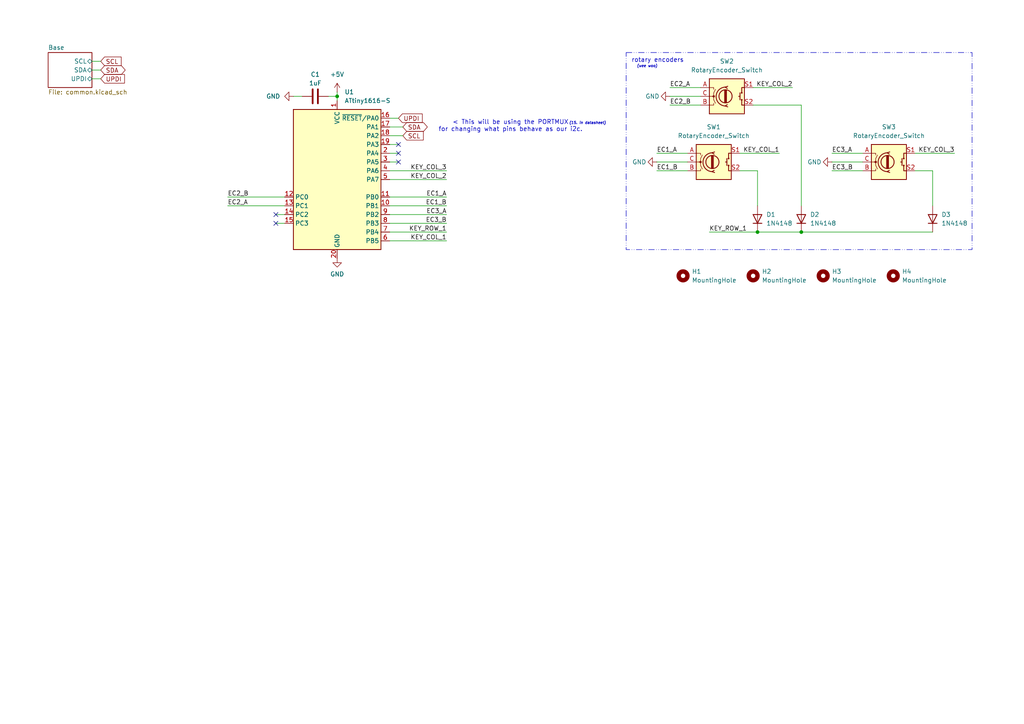
<source format=kicad_sch>
(kicad_sch (version 20250114) (generator "eeschema") (generator_version "9.0")
  (paper "A4")
  (title_block (title "Moonpad Knobs Module") (date "2025-07-05") (rev "v1") (company "moonbeeper"))
  (lib_symbols
    (symbol "Device:C" (pin_numbers (hide yes)) (pin_names (offset 0.254))
      (property "Reference" "C" (at 0.635 2.54 0))
      (property "Value" "C" (at 0.635 -2.54 0))
      (symbol "C_0_1"
        (polyline (pts (xy -2.032 0.762) (xy 2.032 0.762)) (stroke (width 0.508)))
        (polyline (pts (xy -2.032 -0.762) (xy 2.032 -0.762)) (stroke (width 0.508)))
      )
      (symbol "C_1_1"
        (pin passive line (at 0 3.81 270) (length 2.794) (name "~") (number "1"))
        (pin passive line (at 0 -3.81 90) (length 2.794) (name "~") (number "2"))
      )
    )
    (symbol "Device:RotaryEncoder_Switch" (pin_names (offset 0.254) (hide yes))
      (property "Reference" "SW" (at 0 6.604 0))
      (property "Value" "RotaryEncoder_Switch" (at 0 -6.604 0))
      (symbol "RotaryEncoder_Switch_0_1"
        (rectangle (start -5.08 5.08) (end 5.08 -5.08) (stroke (width 0.254)) (fill (type background)))
        (polyline (pts (xy -5.08 2.54) (xy -3.81 2.54) (xy -3.81 2.032)))
        (polyline (pts (xy -5.08 0) (xy -3.81 0) (xy -3.81 -1.016) (xy -3.302 -2.032)))
        (polyline (pts (xy -5.08 -2.54) (xy -3.81 -2.54) (xy -3.81 -2.032)))
        (polyline (pts (xy -4.318 0) (xy -3.81 0) (xy -3.81 1.016) (xy -3.302 2.032)))
        (circle (center -3.81 0) (radius 0.254) (fill (type outline)))
        (polyline (pts (xy -0.635 -1.778) (xy -0.635 1.778)) (stroke (width 0.254)))
        (circle (center -0.381 0) (radius 1.905) (stroke (width 0.254)))
        (polyline (pts (xy -0.381 -1.778) (xy -0.381 1.778)) (stroke (width 0.254)))
        (arc (start -0.381 -2.794) (mid -3.0988 -0.0635) (end -0.381 2.667) (stroke (width 0.254)))
        (polyline (pts (xy -0.127 1.778) (xy -0.127 -1.778)) (stroke (width 0.254)))
        (polyline (pts (xy 0.254 2.921) (xy -0.508 2.667) (xy 0.127 2.286)) (stroke (width 0.254)))
        (polyline (pts (xy 0.254 -3.048) (xy -0.508 -2.794) (xy 0.127 -2.413)) (stroke (width 0.254)))
        (polyline (pts (xy 3.81 1.016) (xy 3.81 -1.016)) (stroke (width 0.254)))
        (polyline (pts (xy 3.81 0) (xy 3.429 0)) (stroke (width 0.254)))
        (circle (center 4.318 1.016) (radius 0.127) (stroke (width 0.254)))
        (circle (center 4.318 -1.016) (radius 0.127) (stroke (width 0.254)))
        (polyline (pts (xy 5.08 2.54) (xy 4.318 2.54) (xy 4.318 1.016)) (stroke (width 0.254)))
        (polyline (pts (xy 5.08 -2.54) (xy 4.318 -2.54) (xy 4.318 -1.016)) (stroke (width 0.254)))
      )
      (symbol "RotaryEncoder_Switch_1_1"
        (pin passive line (at -7.62 2.54 0) (length 2.54) (name "A") (number "A"))
        (pin passive line (at -7.62 0 0) (length 2.54) (name "C") (number "C"))
        (pin passive line (at -7.62 -2.54 0) (length 2.54) (name "B") (number "B"))
        (pin passive line (at 7.62 2.54 180) (length 2.54) (name "S1") (number "S1"))
        (pin passive line (at 7.62 -2.54 180) (length 2.54) (name "S2") (number "S2"))
      )
    )
    (symbol "Diode:1N4148" (pin_numbers (hide yes)) (pin_names (hide yes))
      (property "Reference" "D" (at 0 2.54 0))
      (property "Value" "1N4148" (at 0 -2.54 0))
      (symbol "1N4148_0_1"
        (polyline (pts (xy -1.27 1.27) (xy -1.27 -1.27)) (stroke (width 0.254)))
        (polyline (pts (xy 1.27 1.27) (xy 1.27 -1.27) (xy -1.27 0) (xy 1.27 1.27)) (stroke (width 0.254)))
        (polyline (pts (xy 1.27 0) (xy -1.27 0)))
      )
      (symbol "1N4148_1_1"
        (pin passive line (at -3.81 0 0) (length 2.54) (name "K") (number "1"))
        (pin passive line (at 3.81 0 180) (length 2.54) (name "A") (number "2"))
      )
    )
    (symbol "MCU_Microchip_ATtiny:ATtiny1616-S"
      (property "Reference" "U" (at -12.7 21.59 0))
      (property "Value" "ATtiny1616-S" (at 2.54 -21.59 0))
      (symbol "ATtiny1616-S_0_1"
        (rectangle (start -12.7 -20.32) (end 12.7 20.32) (stroke (width 0.254)) (fill (type background)))
      )
      (symbol "ATtiny1616-S_1_1"
        (pin bidirectional line (at -15.24 -5.08 0) (length 2.54) (name "PC0") (number "12"))
        (pin bidirectional line (at -15.24 -7.62 0) (length 2.54) (name "PC1") (number "13"))
        (pin bidirectional line (at -15.24 -10.16 0) (length 2.54) (name "PC2") (number "14"))
        (pin bidirectional line (at -15.24 -12.7 0) (length 2.54) (name "PC3") (number "15"))
        (pin power_in line (at 0 22.86 270) (length 2.54) (name "VCC") (number "1"))
        (pin power_in line (at 0 -22.86 90) (length 2.54) (name "GND") (number "20"))
        (pin bidirectional line (at 15.24 17.78 180) (length 2.54) (name "~{RESET}/PA0") (number "16"))
        (pin bidirectional line (at 15.24 15.24 180) (length 2.54) (name "PA1") (number "17"))
        (pin bidirectional line (at 15.24 12.7 180) (length 2.54) (name "PA2") (number "18"))
        (pin bidirectional line (at 15.24 10.16 180) (length 2.54) (name "PA3") (number "19"))
        (pin bidirectional line (at 15.24 7.62 180) (length 2.54) (name "PA4") (number "2"))
        (pin bidirectional line (at 15.24 5.08 180) (length 2.54) (name "PA5") (number "3"))
        (pin bidirectional line (at 15.24 2.54 180) (length 2.54) (name "PA6") (number "4"))
        (pin bidirectional line (at 15.24 0 180) (length 2.54) (name "PA7") (number "5"))
        (pin bidirectional line (at 15.24 -5.08 180) (length 2.54) (name "PB0") (number "11"))
        (pin bidirectional line (at 15.24 -7.62 180) (length 2.54) (name "PB1") (number "10"))
        (pin bidirectional line (at 15.24 -10.16 180) (length 2.54) (name "PB2") (number "9"))
        (pin bidirectional line (at 15.24 -12.7 180) (length 2.54) (name "PB3") (number "8"))
        (pin bidirectional line (at 15.24 -15.24 180) (length 2.54) (name "PB4") (number "7"))
        (pin bidirectional line (at 15.24 -17.78 180) (length 2.54) (name "PB5") (number "6"))
      )
    )
    (symbol "Mechanical:MountingHole" (pin_names (offset 1.016)) (in_bom no)
      (property "Reference" "H" (at 0 5.08 0))
      (property "Value" "MountingHole" (at 0 3.175 0))
      (symbol "MountingHole_0_1"
        (circle (center 0 0) (radius 1.27) (stroke (width 1.27)))
      )
    )
    (symbol "power:+5V" (power) (pin_numbers (hide yes)) (pin_names (offset 0) (hide yes))
      (property "Value" "+5V" (at 0 3.556 0))
      (symbol "+5V_0_1"
        (polyline (pts (xy -0.762 1.27) (xy 0 2.54)))
        (polyline (pts (xy 0 2.54) (xy 0.762 1.27)))
        (polyline (pts (xy 0 0) (xy 0 2.54)))
      )
      (symbol "+5V_1_1"
        (pin power_in line (at 0 0 90) (length 0) (name "~") (number "1"))
      )
    )
    (symbol "power:GND" (power) (pin_numbers (hide yes)) (pin_names (offset 0) (hide yes))
      (property "Value" "GND" (at 0 -3.81 0))
      (symbol "GND_0_1"
        (polyline (pts (xy 0 0) (xy 0 -1.27) (xy 1.27 -1.27) (xy 0 -2.54) (xy -1.27 -1.27) (xy 0 -1.27)))
      )
      (symbol "GND_1_1"
        (pin power_in line (at 0 0 270) (length 0) (name "~") (number "1"))
      )
    )
  )
  (rectangle (start 181.61 15.24) (end 281.94 72.39) (stroke (width 0) (type dash_dot_dot)))
  (text "(wee woo)" (at 187.706 19.304 0) (effects (font (size 0.762 0.762) (italic yes))))
  (text "(15. in datasheet)" (at 170.434 35.814 0) (effects (font (size 0.762 0.762) (italic yes))))
  (text "rotary encoders" (at 190.754 17.526 0) (effects (font (size 1.27 1.27))))
  (text "< This will be using the PORTMUX\nfor changing what pins behave as our i2c." (at 148.082 36.576 0) (effects (font (size 1.27 1.27))))
  (junction (at 219.71 67.31))
  (junction (at 97.79 27.94))
  (junction (at 232.41 67.31))
  (no_connect (at 115.57 44.45))
  (no_connect (at 80.01 64.77))
  (no_connect (at 80.01 62.23))
  (no_connect (at 115.57 41.91))
  (no_connect (at 115.57 46.99))
  (wire (pts (xy 194.31 27.94) (xy 203.2 27.94)))
  (wire (pts (xy 265.43 49.53) (xy 270.51 49.53)))
  (wire (pts (xy 115.57 34.29) (xy 113.03 34.29)))
  (wire (pts (xy 29.21 17.78) (xy 26.67 17.78)))
  (wire (pts (xy 214.63 49.53) (xy 219.71 49.53)))
  (wire (pts (xy 270.51 49.53) (xy 270.51 59.69)))
  (wire (pts (xy 194.31 25.4) (xy 203.2 25.4)))
  (wire (pts (xy 232.41 30.48) (xy 232.41 59.69)))
  (wire (pts (xy 66.04 59.69) (xy 82.55 59.69)))
  (wire (pts (xy 116.84 36.83) (xy 113.03 36.83)))
  (wire (pts (xy 129.54 59.69) (xy 113.03 59.69)))
  (wire (pts (xy 80.01 64.77) (xy 82.55 64.77)))
  (wire (pts (xy 129.54 64.77) (xy 113.03 64.77)))
  (wire (pts (xy 219.71 49.53) (xy 219.71 59.69)))
  (wire (pts (xy 116.84 39.37) (xy 113.03 39.37)))
  (wire (pts (xy 205.74 67.31) (xy 219.71 67.31)))
  (wire (pts (xy 80.01 62.23) (xy 82.55 62.23)))
  (wire (pts (xy 29.21 20.32) (xy 26.67 20.32)))
  (wire (pts (xy 241.3 44.45) (xy 250.19 44.45)))
  (wire (pts (xy 85.09 27.94) (xy 87.63 27.94)))
  (wire (pts (xy 232.41 67.31) (xy 270.51 67.31)))
  (wire (pts (xy 66.04 57.15) (xy 82.55 57.15)))
  (wire (pts (xy 129.54 67.31) (xy 113.03 67.31)))
  (wire (pts (xy 226.06 44.45) (xy 214.63 44.45)))
  (wire (pts (xy 219.71 67.31) (xy 232.41 67.31)))
  (wire (pts (xy 194.31 30.48) (xy 203.2 30.48)))
  (wire (pts (xy 115.57 46.99) (xy 113.03 46.99)))
  (wire (pts (xy 229.87 25.4) (xy 218.44 25.4)))
  (wire (pts (xy 190.5 46.99) (xy 199.39 46.99)))
  (wire (pts (xy 241.3 46.99) (xy 250.19 46.99)))
  (wire (pts (xy 129.54 69.85) (xy 113.03 69.85)))
  (wire (pts (xy 129.54 62.23) (xy 113.03 62.23)))
  (wire (pts (xy 241.3 49.53) (xy 250.19 49.53)))
  (wire (pts (xy 95.25 27.94) (xy 97.79 27.94)))
  (wire (pts (xy 97.79 26.67) (xy 97.79 27.94)))
  (wire (pts (xy 190.5 49.53) (xy 199.39 49.53)))
  (wire (pts (xy 129.54 57.15) (xy 113.03 57.15)))
  (wire (pts (xy 115.57 44.45) (xy 113.03 44.45)))
  (wire (pts (xy 115.57 41.91) (xy 113.03 41.91)))
  (wire (pts (xy 190.5 44.45) (xy 199.39 44.45)))
  (wire (pts (xy 29.21 22.86) (xy 26.67 22.86)))
  (wire (pts (xy 276.86 44.45) (xy 265.43 44.45)))
  (wire (pts (xy 113.03 49.53) (xy 129.54 49.53)))
  (wire (pts (xy 97.79 27.94) (xy 97.79 29.21)))
  (wire (pts (xy 113.03 52.07) (xy 129.54 52.07)))
  (wire (pts (xy 218.44 30.48) (xy 232.41 30.48)))
  (label "EC1_A" (at 129.54 57.15 180))
  (label "EC3_A" (at 129.54 62.23 180))
  (label "EC1_B" (at 190.5 49.53 0))
  (label "KEY_COL_2" (at 129.54 52.07 180))
  (label "KEY_COL_1" (at 226.06 44.45 180))
  (label "KEY_COL_3" (at 276.86 44.45 180))
  (label "KEY_ROW_1" (at 205.74 67.31 0))
  (label "EC3_A" (at 241.3 44.45 0))
  (label "KEY_COL_1" (at 129.54 69.85 180))
  (label "EC1_B" (at 129.54 59.69 180))
  (label "KEY_COL_3" (at 129.54 49.53 180))
  (label "KEY_ROW_1" (at 129.54 67.31 180))
  (label "EC2_B" (at 66.04 57.15 0))
  (label "EC2_A" (at 66.04 59.69 0))
  (label "KEY_COL_2" (at 229.87 25.4 180))
  (label "EC1_A" (at 190.5 44.45 0))
  (label "EC3_B" (at 129.54 64.77 180))
  (label "EC2_A" (at 194.31 25.4 0))
  (label "EC3_B" (at 241.3 49.53 0))
  (label "EC2_B" (at 194.31 30.48 0))
  (global_label "UPDI" (shape input) (at 115.57 34.29 0) (property "Intersheetrefs" "${INTERSHEET_REFS}" (effects (hide yes))))
  (global_label "SDA" (shape bidirectional) (at 116.84 36.83 0) (property "Intersheetrefs" "${INTERSHEET_REFS}" (effects (hide yes))))
  (global_label "SDA" (shape bidirectional) (at 29.21 20.32 0) (property "Intersheetrefs" "${INTERSHEET_REFS}" (effects (hide yes))))
  (global_label "UPDI" (shape input) (at 29.21 22.86 0) (property "Intersheetrefs" "${INTERSHEET_REFS}" (effects (hide yes))))
  (global_label "SCL" (shape input) (at 116.84 39.37 0) (property "Intersheetrefs" "${INTERSHEET_REFS}" (effects (hide yes))))
  (global_label "SCL" (shape input) (at 29.21 17.78 0) (property "Intersheetrefs" "${INTERSHEET_REFS}" (effects (hide yes))))
  (symbol (lib_id "Diode:1N4148") (at 232.41 63.5 90) (unit 1)
    (property "Reference" "D2" (at 234.95 62.2299 90) (effects (justify right)))
    (property "Value" "1N4148" (at 234.95 64.7699 90) (effects (justify right)))
    (property "Footprint" "Diode_SMD:D_MiniMELF_Handsoldering" (effects (hide yes)))
    (property "Datasheet" "https://assets.nexperia.com/documents/data-sheet/1N4148_1N4448.pdf" (effects (hide yes)))
    (property "Description" "100V 0.15A standard switching diode, DO-35" (effects (hide yes)))
    (property "Sim.Device" "D" (effects (hide yes)))
    (property "Sim.Pins" "1=K 2=A" (effects (hide yes)))
    (property "LCSC" "C68883" (effects (hide yes)))
  )
  (symbol (lib_id "Mechanical:MountingHole") (at 198.12 80.01 0) (unit 1) (in_bom no)
    (property "Reference" "H1" (at 200.66 78.7399 0) (effects (justify left)))
    (property "Value" "MountingHole" (at 200.66 81.2799 0) (effects (justify left)))
    (property "Footprint" "MountingHole:MountingHole_2.2mm_M2" (effects (hide yes)))
    (property "Description" "Mounting Hole without connection" (effects (hide yes)))
  )
  (symbol (lib_id "Diode:1N4148") (at 270.51 63.5 90) (unit 1)
    (property "Reference" "D3" (at 273.05 62.2299 90) (effects (justify right)))
    (property "Value" "1N4148" (at 273.05 64.7699 90) (effects (justify right)))
    (property "Footprint" "Diode_SMD:D_MiniMELF_Handsoldering" (effects (hide yes)))
    (property "Datasheet" "https://assets.nexperia.com/documents/data-sheet/1N4148_1N4448.pdf" (effects (hide yes)))
    (property "Description" "100V 0.15A standard switching diode, DO-35" (effects (hide yes)))
    (property "Sim.Device" "D" (effects (hide yes)))
    (property "Sim.Pins" "1=K 2=A" (effects (hide yes)))
    (property "LCSC" "C68883" (effects (hide yes)))
  )
  (symbol (lib_id "power:GND") (at 190.5 46.99 270) (unit 1)
    (property "Reference" "#PWR05" (effects (hide yes)))
    (property "Value" "GND" (at 185.42 46.99 90))
    (property "Description" "Power symbol creates a global label with name \"GND\" , ground" (effects (hide yes)))
  )
  (symbol (lib_id "Mechanical:MountingHole") (at 238.76 80.01 0) (unit 1) (in_bom no)
    (property "Reference" "H3" (at 241.3 78.7399 0) (effects (justify left)))
    (property "Value" "MountingHole" (at 241.3 81.2799 0) (effects (justify left)))
    (property "Footprint" "MountingHole:MountingHole_2.2mm_M2" (effects (hide yes)))
    (property "Description" "Mounting Hole without connection" (effects (hide yes)))
  )
  (symbol (lib_id "power:GND") (at 194.31 27.94 270) (unit 1)
    (property "Reference" "#PWR04" (effects (hide yes)))
    (property "Value" "GND" (at 189.23 27.94 90))
    (property "Description" "Power symbol creates a global label with name \"GND\" , ground" (effects (hide yes)))
  )
  (symbol (lib_id "MCU_Microchip_ATtiny:ATtiny1616-S") (at 97.79 52.07 0) (unit 1)
    (property "Reference" "U1" (at 99.9333 26.67 0) (effects (justify left)))
    (property "Value" "ATtiny1616-S" (at 99.9333 29.21 0) (effects (justify left)))
    (property "Footprint" "Package_SO:SOIC-20W_7.5x12.8mm_P1.27mm" (effects (hide yes)))
    (property "Datasheet" "http://ww1.microchip.com/downloads/en/DeviceDoc/ATtiny3216_ATtiny1616-data-sheet-40001997B.pdf" (effects (hide yes)))
    (property "Description" "20MHz, 16kB Flash, 2kB SRAM, 256B EEPROM, SOIC-20" (effects (hide yes)))
    (property "LCSC" "C609652" (effects (hide yes)))
  )
  (symbol (lib_id "Device:RotaryEncoder_Switch") (at 257.81 46.99 0) (unit 1)
    (property "Reference" "SW3" (at 257.81 36.83 0))
    (property "Value" "RotaryEncoder_Switch" (at 257.81 39.37 0))
    (property "Footprint" "Rotary_Encoder:RotaryEncoder_Alps_EC11E-Switch_Vertical_H20mm_CircularMountingHoles" (effects (hide yes)))
    (property "Description" "Rotary encoder, dual channel, incremental quadrate outputs, with switch" (effects (hide yes)))
    (property "LCSC" "C202365" (effects (hide yes)))
  )
  (symbol (lib_id "power:GND") (at 241.3 46.99 270) (unit 1)
    (property "Reference" "#PWR06" (effects (hide yes)))
    (property "Value" "GND" (at 236.22 46.99 90))
    (property "Description" "Power symbol creates a global label with name \"GND\" , ground" (effects (hide yes)))
  )
  (symbol (lib_id "Device:RotaryEncoder_Switch") (at 207.01 46.99 0) (unit 1)
    (property "Reference" "SW1" (at 207.01 36.83 0))
    (property "Value" "RotaryEncoder_Switch" (at 207.01 39.37 0))
    (property "Footprint" "Rotary_Encoder:RotaryEncoder_Alps_EC11E-Switch_Vertical_H20mm_CircularMountingHoles" (effects (hide yes)))
    (property "Description" "Rotary encoder, dual channel, incremental quadrate outputs, with switch" (effects (hide yes)))
    (property "LCSC" "C202365" (effects (hide yes)))
  )
  (symbol (lib_id "power:+5V") (at 97.79 26.67 0) (unit 1)
    (property "Reference" "#PWR02" (effects (hide yes)))
    (property "Value" "+5V" (at 97.79 21.59 0))
    (property "Description" "Power symbol creates a global label with name \"+5V\"" (effects (hide yes)))
  )
  (symbol (lib_id "Mechanical:MountingHole") (at 259.08 80.01 0) (unit 1) (in_bom no)
    (property "Reference" "H4" (at 261.62 78.7399 0) (effects (justify left)))
    (property "Value" "MountingHole" (at 261.62 81.2799 0) (effects (justify left)))
    (property "Footprint" "MountingHole:MountingHole_2.2mm_M2" (effects (hide yes)))
    (property "Description" "Mounting Hole without connection" (effects (hide yes)))
  )
  (symbol (lib_id "Diode:1N4148") (at 219.71 63.5 90) (unit 1)
    (property "Reference" "D1" (at 222.25 62.2299 90) (effects (justify right)))
    (property "Value" "1N4148" (at 222.25 64.7699 90) (effects (justify right)))
    (property "Footprint" "Diode_SMD:D_MiniMELF_Handsoldering" (effects (hide yes)))
    (property "Datasheet" "https://assets.nexperia.com/documents/data-sheet/1N4148_1N4448.pdf" (effects (hide yes)))
    (property "Description" "100V 0.15A standard switching diode, DO-35" (effects (hide yes)))
    (property "Sim.Device" "D" (effects (hide yes)))
    (property "Sim.Pins" "1=K 2=A" (effects (hide yes)))
    (property "LCSC" "C68883" (effects (hide yes)))
  )
  (symbol (lib_id "power:GND") (at 85.09 27.94 270) (unit 1)
    (property "Reference" "#PWR01" (effects (hide yes)))
    (property "Value" "GND" (at 81.28 27.9399 90) (effects (justify right)))
    (property "Description" "Power symbol creates a global label with name \"GND\" , ground" (effects (hide yes)))
  )
  (symbol (lib_id "Mechanical:MountingHole") (at 218.44 80.01 0) (unit 1) (in_bom no)
    (property "Reference" "H2" (at 220.98 78.7399 0) (effects (justify left)))
    (property "Value" "MountingHole" (at 220.98 81.2799 0) (effects (justify left)))
    (property "Footprint" "MountingHole:MountingHole_2.2mm_M2" (effects (hide yes)))
    (property "Description" "Mounting Hole without connection" (effects (hide yes)))
  )
  (symbol (lib_id "power:GND") (at 97.79 74.93 0) (unit 1)
    (property "Reference" "#PWR03" (effects (hide yes)))
    (property "Value" "GND" (at 97.79 79.502 0))
    (property "Description" "Power symbol creates a global label with name \"GND\" , ground" (effects (hide yes)))
  )
  (symbol (lib_id "Device:RotaryEncoder_Switch") (at 210.82 27.94 0) (unit 1)
    (property "Reference" "SW2" (at 210.82 17.78 0))
    (property "Value" "RotaryEncoder_Switch" (at 210.82 20.32 0))
    (property "Footprint" "Rotary_Encoder:RotaryEncoder_Alps_EC11E-Switch_Vertical_H20mm_CircularMountingHoles" (effects (hide yes)))
    (property "Description" "Rotary encoder, dual channel, incremental quadrate outputs, with switch" (effects (hide yes)))
    (property "LCSC" "C202365" (effects (hide yes)))
  )
  (symbol (lib_id "Device:C") (at 91.44 27.94 90) (unit 1)
    (property "Reference" "C1" (at 91.44 21.59 90))
    (property "Value" "1uF" (at 91.44 24.13 90))
    (property "Footprint" "Capacitor_SMD:C_0805_2012Metric_Pad1.18x1.45mm_HandSolder" (effects (hide yes)))
    (property "Description" "Unpolarized capacitor" (effects (hide yes)))
    (property "LCSC" "C116352" (effects (hide yes)))
  )
  (sheet (at 13.97 15.24) (size 12.7 10.16) (stroke (width 0.1524))
    (property "Sheetname" "Base" (at 13.97 14.5284 0) (effects (justify left bottom)))
    (property "Sheetfile" "common.kicad_sch" (at 13.97 25.9846 0) (effects (justify left top)))
    (pin "SCL" bidirectional (at 26.67 17.78 0))
    (pin "SDA" bidirectional (at 26.67 20.32 0))
    (pin "UPDI" bidirectional (at 26.67 22.86 0))
  )
)
</source>
